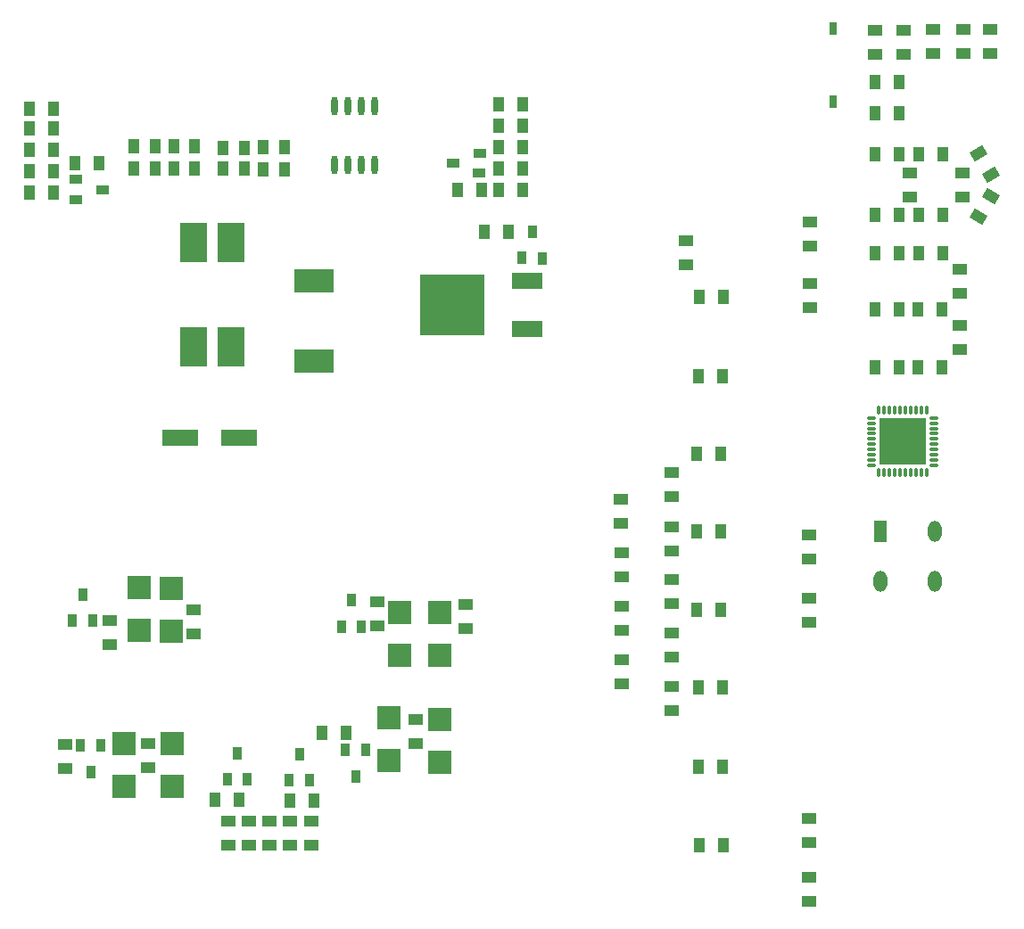
<source format=gbp>
G04*
G04 #@! TF.GenerationSoftware,Altium Limited,Altium Designer,18.1.6 (161)*
G04*
G04 Layer_Color=128*
%FSTAX24Y24*%
%MOIN*%
G70*
G01*
G75*
%ADD22O,0.0110X0.0335*%
%ADD23O,0.0335X0.0110*%
%ADD24R,0.1772X0.1772*%
%ADD34R,0.0550X0.0394*%
%ADD35R,0.1378X0.0630*%
%ADD38R,0.0394X0.0550*%
%ADD43R,0.0472X0.0335*%
%ADD119O,0.0512X0.0787*%
%ADD120R,0.0512X0.0787*%
%ADD121R,0.0315X0.0472*%
G04:AMPARAMS|DCode=122|XSize=39.4mil|YSize=55mil|CornerRadius=0mil|HoleSize=0mil|Usage=FLASHONLY|Rotation=240.000|XOffset=0mil|YOffset=0mil|HoleType=Round|Shape=Rectangle|*
%AMROTATEDRECTD122*
4,1,4,-0.0140,0.0308,0.0337,0.0033,0.0140,-0.0308,-0.0337,-0.0033,-0.0140,0.0308,0.0*
%
%ADD122ROTATEDRECTD122*%

G04:AMPARAMS|DCode=123|XSize=39.4mil|YSize=55mil|CornerRadius=0mil|HoleSize=0mil|Usage=FLASHONLY|Rotation=120.000|XOffset=0mil|YOffset=0mil|HoleType=Round|Shape=Rectangle|*
%AMROTATEDRECTD123*
4,1,4,0.0337,-0.0033,-0.0140,-0.0308,-0.0337,0.0033,0.0140,0.0308,0.0337,-0.0033,0.0*
%
%ADD123ROTATEDRECTD123*%

%ADD124R,0.0984X0.1516*%
%ADD125O,0.0236X0.0709*%
%ADD126R,0.0335X0.0472*%
%ADD127R,0.0433X0.0550*%
%ADD128R,0.1500X0.0866*%
%ADD129R,0.2441X0.2283*%
%ADD130R,0.1181X0.0630*%
%ADD131R,0.0906X0.0900*%
D22*
X121036Y053579D02*
D03*
X120839D02*
D03*
X120642D02*
D03*
X120445D02*
D03*
X120248D02*
D03*
X120052D02*
D03*
X119855D02*
D03*
X119658D02*
D03*
X119461D02*
D03*
X119264D02*
D03*
Y055921D02*
D03*
X119461D02*
D03*
X119658D02*
D03*
X119855D02*
D03*
X120052D02*
D03*
X120248D02*
D03*
X120445D02*
D03*
X120642D02*
D03*
X120839D02*
D03*
X121036D02*
D03*
D23*
X121321Y055636D02*
D03*
Y055439D02*
D03*
Y055242D02*
D03*
Y055045D02*
D03*
Y054848D02*
D03*
Y054652D02*
D03*
Y054455D02*
D03*
Y054258D02*
D03*
Y054061D02*
D03*
Y053864D02*
D03*
X118979D02*
D03*
Y054061D02*
D03*
Y054258D02*
D03*
Y054455D02*
D03*
Y054652D02*
D03*
Y054848D02*
D03*
Y055045D02*
D03*
Y055242D02*
D03*
Y055439D02*
D03*
Y055636D02*
D03*
D24*
X12015Y05475D02*
D03*
D34*
X116683Y062048D02*
D03*
Y062948D02*
D03*
X122274Y058183D02*
D03*
Y059083D02*
D03*
X122275Y061184D02*
D03*
Y060284D02*
D03*
X120432Y063883D02*
D03*
Y064783D02*
D03*
X122375Y0639D02*
D03*
Y0648D02*
D03*
X119125Y069212D02*
D03*
Y070112D02*
D03*
X120175Y069233D02*
D03*
Y070133D02*
D03*
X121275Y069261D02*
D03*
Y070161D02*
D03*
X122424Y069261D02*
D03*
Y070161D02*
D03*
X123425Y069261D02*
D03*
Y070161D02*
D03*
X10965Y0506D02*
D03*
Y0497D02*
D03*
X11665Y048D02*
D03*
Y0489D02*
D03*
X1115Y0536D02*
D03*
Y0527D02*
D03*
X1096Y0526D02*
D03*
Y0517D02*
D03*
X1115Y05155D02*
D03*
Y05065D02*
D03*
Y0496D02*
D03*
Y0487D02*
D03*
X10965Y0486D02*
D03*
Y0477D02*
D03*
X1115Y0476D02*
D03*
Y0467D02*
D03*
X10965Y0466D02*
D03*
Y0457D02*
D03*
X1115Y0456D02*
D03*
Y0447D02*
D03*
X116683Y059748D02*
D03*
Y060648D02*
D03*
X11665Y03755D02*
D03*
Y03845D02*
D03*
Y04065D02*
D03*
Y03975D02*
D03*
X112033Y062248D02*
D03*
Y061348D02*
D03*
X11665Y05125D02*
D03*
Y05035D02*
D03*
X1038Y047775D02*
D03*
Y048675D02*
D03*
X1005Y04875D02*
D03*
Y04785D02*
D03*
X10195Y044375D02*
D03*
Y043475D02*
D03*
X09195Y04345D02*
D03*
Y04255D02*
D03*
X08885Y043425D02*
D03*
Y042525D02*
D03*
X0905Y04715D02*
D03*
Y04805D02*
D03*
X09365Y04755D02*
D03*
Y04845D02*
D03*
X09804Y039673D02*
D03*
Y040573D02*
D03*
X097265Y039673D02*
D03*
Y040573D02*
D03*
X09649Y039673D02*
D03*
Y040573D02*
D03*
X095715Y039673D02*
D03*
Y040573D02*
D03*
X09494Y039673D02*
D03*
Y040573D02*
D03*
D35*
X09535Y0549D02*
D03*
X093145D02*
D03*
D38*
X121616Y057538D02*
D03*
X120716D02*
D03*
X120013D02*
D03*
X119113D02*
D03*
X121616Y059688D02*
D03*
X120716D02*
D03*
X120013D02*
D03*
X119113D02*
D03*
X121635Y061788D02*
D03*
X120735D02*
D03*
X120013D02*
D03*
X119113D02*
D03*
X120003Y063238D02*
D03*
X119103D02*
D03*
X12164D02*
D03*
X12074D02*
D03*
X12164Y065476D02*
D03*
X12074D02*
D03*
X120003Y065483D02*
D03*
X119103D02*
D03*
X120003Y067033D02*
D03*
X119103D02*
D03*
X120003Y068183D02*
D03*
X119103D02*
D03*
X113433Y060148D02*
D03*
X112533D02*
D03*
X1134Y0572D02*
D03*
X1125D02*
D03*
X11335Y0543D02*
D03*
X11245D02*
D03*
X113352Y0514D02*
D03*
X112452D02*
D03*
X11335Y04845D02*
D03*
X11245D02*
D03*
X1134Y04555D02*
D03*
X1125D02*
D03*
X1134Y0426D02*
D03*
X1125D02*
D03*
X11345Y03965D02*
D03*
X11255D02*
D03*
X09935Y043849D02*
D03*
X09845D02*
D03*
X1054Y0626D02*
D03*
X1045D02*
D03*
X1035Y06415D02*
D03*
X1044D02*
D03*
X0901Y065175D02*
D03*
X0892D02*
D03*
X09815Y041323D02*
D03*
X09725D02*
D03*
X09535Y041373D02*
D03*
X09445D02*
D03*
X087525Y0672D02*
D03*
X088425D02*
D03*
X087525Y06645D02*
D03*
X088425D02*
D03*
X087525Y06565D02*
D03*
X088425D02*
D03*
X087525Y06485D02*
D03*
X088425D02*
D03*
X087525Y06405D02*
D03*
X088425D02*
D03*
X10595Y06495D02*
D03*
X10505D02*
D03*
X10595Y06575D02*
D03*
X10505D02*
D03*
X10595Y06735D02*
D03*
X10505D02*
D03*
X10595Y06415D02*
D03*
X10505D02*
D03*
X10595Y06655D02*
D03*
X10505D02*
D03*
D43*
X089258Y063801D02*
D03*
X08926Y064545D02*
D03*
X090242Y064175D02*
D03*
X104334Y065524D02*
D03*
X104332Y06478D02*
D03*
X10335Y06515D02*
D03*
D119*
X1193Y04951D02*
D03*
X121347D02*
D03*
Y0514D02*
D03*
D120*
X1193D02*
D03*
D121*
X11755Y0702D02*
D03*
Y067444D02*
D03*
D122*
X122985Y063143D02*
D03*
X123435Y063923D02*
D03*
D123*
X122999Y065516D02*
D03*
X123449Y064737D02*
D03*
D124*
X093661Y062209D02*
D03*
X095039D02*
D03*
X093661Y058291D02*
D03*
X095039D02*
D03*
D125*
X1004Y065076D02*
D03*
X0999D02*
D03*
X0994D02*
D03*
X0989D02*
D03*
X1004Y0673D02*
D03*
X0999D02*
D03*
X0994D02*
D03*
X0989D02*
D03*
D126*
X0997Y042233D02*
D03*
X10007Y043215D02*
D03*
X099326Y043217D02*
D03*
X0895Y049042D02*
D03*
X08913Y04806D02*
D03*
X089874Y048058D02*
D03*
X097974Y042081D02*
D03*
X09723Y042083D02*
D03*
X0976Y043065D02*
D03*
X09565Y042123D02*
D03*
X094906Y042125D02*
D03*
X095276Y043107D02*
D03*
X1063Y062592D02*
D03*
X10593Y06161D02*
D03*
X106674Y061608D02*
D03*
X099924Y047833D02*
D03*
X09918Y047835D02*
D03*
X09955Y048817D02*
D03*
X089426Y043392D02*
D03*
X09017Y04339D02*
D03*
X0898Y042408D02*
D03*
D127*
X094756Y06574D02*
D03*
X095544D02*
D03*
X094763Y06495D02*
D03*
X09555D02*
D03*
X09625Y06575D02*
D03*
X097037D02*
D03*
X096256Y06494D02*
D03*
X097044D02*
D03*
X091413Y0658D02*
D03*
X0922D02*
D03*
X091413Y06495D02*
D03*
X0922D02*
D03*
X092906Y0658D02*
D03*
X093694D02*
D03*
X092906Y06495D02*
D03*
X093694D02*
D03*
D128*
X09815Y05775D02*
D03*
Y06075D02*
D03*
D129*
X1033Y05985D02*
D03*
D130*
X106127Y05895D02*
D03*
Y06075D02*
D03*
D131*
X10285Y044375D02*
D03*
Y042775D02*
D03*
Y046775D02*
D03*
Y048375D02*
D03*
X10095Y042825D02*
D03*
Y044425D02*
D03*
X10135Y048375D02*
D03*
Y046775D02*
D03*
X09105Y04185D02*
D03*
Y04345D02*
D03*
X09285D02*
D03*
Y04185D02*
D03*
X0916Y0493D02*
D03*
Y0477D02*
D03*
X0928Y04765D02*
D03*
Y04925D02*
D03*
M02*

</source>
